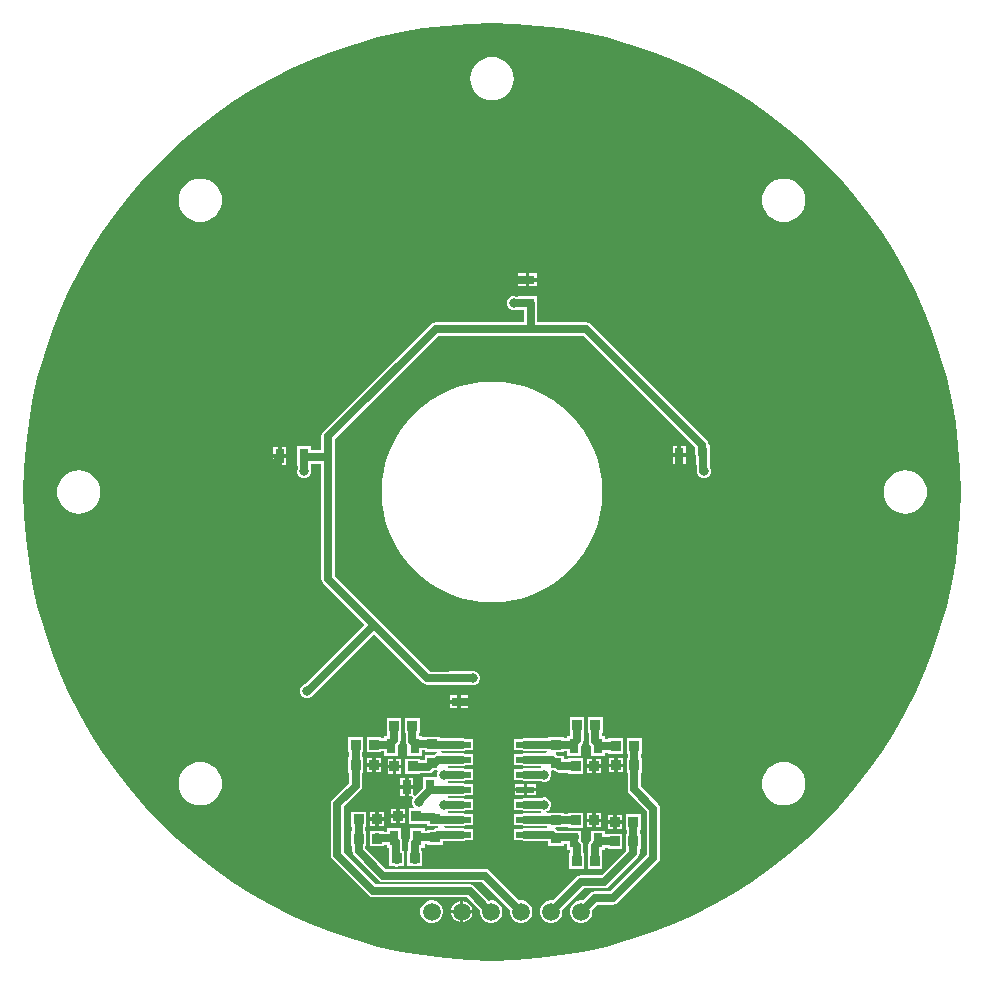
<source format=gbr>
%TF.GenerationSoftware,Altium Limited,Altium Designer,21.6.4 (81)*%
G04 Layer_Physical_Order=1*
G04 Layer_Color=255*
%FSLAX43Y43*%
%MOMM*%
%TF.SameCoordinates,7E1728C7-8053-4159-852C-9F5DCDCDAABE*%
%TF.FilePolarity,Positive*%
%TF.FileFunction,Copper,L1,Top,Signal*%
%TF.Part,Single*%
G01*
G75*
%TA.AperFunction,SMDPad,CuDef*%
%ADD10R,0.850X0.900*%
%ADD11R,0.800X1.250*%
%ADD12R,0.900X0.850*%
%ADD13R,1.500X0.600*%
%ADD14R,1.250X0.800*%
%TA.AperFunction,Conductor*%
%ADD15C,0.700*%
%TA.AperFunction,ComponentPad*%
%ADD16C,1.500*%
%TA.AperFunction,ViaPad*%
%ADD17C,0.700*%
%ADD18C,0.800*%
G36*
X1947Y39624D02*
X3889Y39481D01*
X5821Y39243D01*
X7740Y38910D01*
X9640Y38483D01*
X11516Y37964D01*
X13365Y37353D01*
X15182Y36652D01*
X16962Y35863D01*
X18701Y34988D01*
X20396Y34028D01*
X22041Y32986D01*
X23633Y31865D01*
X25168Y30667D01*
X26642Y29395D01*
X28053Y28053D01*
X29395Y26642D01*
X30667Y25168D01*
X31865Y23633D01*
X32986Y22041D01*
X34028Y20396D01*
X34988Y18701D01*
X35863Y16962D01*
X36652Y15182D01*
X37353Y13365D01*
X37964Y11516D01*
X38483Y9640D01*
X38910Y7740D01*
X39243Y5821D01*
X39481Y3889D01*
X39624Y1947D01*
X39672Y0D01*
X39624Y-1947D01*
X39481Y-3889D01*
X39243Y-5821D01*
X38910Y-7740D01*
X38483Y-9640D01*
X37964Y-11516D01*
X37353Y-13365D01*
X36652Y-15182D01*
X35863Y-16962D01*
X34988Y-18701D01*
X34028Y-20396D01*
X32986Y-22041D01*
X31865Y-23633D01*
X30667Y-25168D01*
X29395Y-26642D01*
X28053Y-28053D01*
X26642Y-29395D01*
X25168Y-30667D01*
X23633Y-31865D01*
X22041Y-32986D01*
X20396Y-34028D01*
X18701Y-34988D01*
X16962Y-35863D01*
X15182Y-36652D01*
X13365Y-37353D01*
X11516Y-37964D01*
X9640Y-38483D01*
X7740Y-38910D01*
X5821Y-39243D01*
X3889Y-39481D01*
X1947Y-39624D01*
X0Y-39672D01*
X-1947Y-39624D01*
X-3889Y-39481D01*
X-5821Y-39243D01*
X-7740Y-38910D01*
X-9640Y-38483D01*
X-11516Y-37964D01*
X-13365Y-37353D01*
X-15182Y-36652D01*
X-16962Y-35863D01*
X-18701Y-34988D01*
X-20396Y-34028D01*
X-22041Y-32986D01*
X-23633Y-31865D01*
X-25168Y-30667D01*
X-26642Y-29395D01*
X-28053Y-28053D01*
X-29395Y-26642D01*
X-30667Y-25168D01*
X-31865Y-23633D01*
X-32986Y-22041D01*
X-34028Y-20396D01*
X-34988Y-18701D01*
X-35863Y-16962D01*
X-36652Y-15182D01*
X-37353Y-13365D01*
X-37964Y-11516D01*
X-38483Y-9640D01*
X-38910Y-7740D01*
X-39243Y-5821D01*
X-39481Y-3889D01*
X-39624Y-1947D01*
X-39672Y0D01*
X-39624Y1947D01*
X-39481Y3889D01*
X-39243Y5821D01*
X-38910Y7740D01*
X-38483Y9640D01*
X-37964Y11516D01*
X-37353Y13365D01*
X-36652Y15182D01*
X-35863Y16962D01*
X-34988Y18701D01*
X-34028Y20396D01*
X-32986Y22041D01*
X-31865Y23633D01*
X-30667Y25168D01*
X-29395Y26642D01*
X-28053Y28053D01*
X-26642Y29395D01*
X-25168Y30667D01*
X-23633Y31865D01*
X-22041Y32986D01*
X-20396Y34028D01*
X-18701Y34988D01*
X-16962Y35863D01*
X-15182Y36652D01*
X-13365Y37353D01*
X-11516Y37964D01*
X-9640Y38483D01*
X-7740Y38910D01*
X-5821Y39243D01*
X-3889Y39481D01*
X-1947Y39624D01*
X0Y39672D01*
X1947Y39624D01*
D02*
G37*
%LPC*%
G36*
X0Y36836D02*
X-358Y36801D01*
X-703Y36696D01*
X-1020Y36526D01*
X-1298Y36298D01*
X-1526Y36020D01*
X-1696Y35703D01*
X-1801Y35358D01*
X-1836Y35000D01*
X-1801Y34642D01*
X-1696Y34297D01*
X-1526Y33980D01*
X-1298Y33702D01*
X-1020Y33474D01*
X-703Y33304D01*
X-358Y33199D01*
X0Y33164D01*
X358Y33199D01*
X703Y33304D01*
X1020Y33474D01*
X1298Y33702D01*
X1526Y33980D01*
X1696Y34297D01*
X1801Y34642D01*
X1836Y35000D01*
X1801Y35358D01*
X1696Y35703D01*
X1526Y36020D01*
X1298Y36298D01*
X1020Y36526D01*
X703Y36696D01*
X358Y36801D01*
X0Y36836D01*
D02*
G37*
G36*
X24700Y26536D02*
X24342Y26501D01*
X23997Y26396D01*
X23680Y26226D01*
X23402Y25998D01*
X23174Y25720D01*
X23004Y25403D01*
X22899Y25058D01*
X22864Y24700D01*
X22899Y24342D01*
X23004Y23997D01*
X23174Y23680D01*
X23402Y23402D01*
X23680Y23174D01*
X23997Y23004D01*
X24342Y22899D01*
X24700Y22864D01*
X25058Y22899D01*
X25403Y23004D01*
X25720Y23174D01*
X25998Y23402D01*
X26226Y23680D01*
X26396Y23997D01*
X26501Y24342D01*
X26536Y24700D01*
X26501Y25058D01*
X26396Y25403D01*
X26226Y25720D01*
X25998Y25998D01*
X25720Y26226D01*
X25403Y26396D01*
X25058Y26501D01*
X24700Y26536D01*
D02*
G37*
G36*
X-24700D02*
X-25058Y26501D01*
X-25403Y26396D01*
X-25720Y26226D01*
X-25998Y25998D01*
X-26226Y25720D01*
X-26396Y25403D01*
X-26501Y25058D01*
X-26536Y24700D01*
X-26501Y24342D01*
X-26396Y23997D01*
X-26226Y23680D01*
X-25998Y23402D01*
X-25720Y23174D01*
X-25403Y23004D01*
X-25058Y22899D01*
X-24700Y22864D01*
X-24342Y22899D01*
X-23997Y23004D01*
X-23680Y23174D01*
X-23402Y23402D01*
X-23174Y23680D01*
X-23004Y23997D01*
X-22899Y24342D01*
X-22864Y24700D01*
X-22899Y25058D01*
X-23004Y25403D01*
X-23174Y25720D01*
X-23402Y25998D01*
X-23680Y26226D01*
X-23997Y26396D01*
X-24342Y26501D01*
X-24700Y26536D01*
D02*
G37*
G36*
X3775Y18520D02*
X3150D01*
Y18120D01*
X3775D01*
Y18520D01*
D02*
G37*
G36*
X2850D02*
X2225D01*
Y18120D01*
X2850D01*
Y18520D01*
D02*
G37*
G36*
X3775Y17820D02*
X3150D01*
Y17420D01*
X3775D01*
Y17820D01*
D02*
G37*
G36*
X2850D02*
X2225D01*
Y17420D01*
X2850D01*
Y17820D01*
D02*
G37*
G36*
X16390Y3905D02*
X15990D01*
Y3280D01*
X16390D01*
Y3905D01*
D02*
G37*
G36*
X15690D02*
X15290D01*
Y3280D01*
X15690D01*
Y3905D01*
D02*
G37*
G36*
X-17400Y3825D02*
X-17800D01*
Y3200D01*
X-17400D01*
Y3825D01*
D02*
G37*
G36*
X-18100D02*
X-18500D01*
Y3200D01*
X-18100D01*
Y3825D01*
D02*
G37*
G36*
X16390Y2980D02*
X15990D01*
Y2355D01*
X16390D01*
Y2980D01*
D02*
G37*
G36*
X15690D02*
X15290D01*
Y2355D01*
X15690D01*
Y2980D01*
D02*
G37*
G36*
X-17400Y2900D02*
X-17800D01*
Y2275D01*
X-17400D01*
Y2900D01*
D02*
G37*
G36*
X-18100D02*
X-18500D01*
Y2275D01*
X-18100D01*
Y2900D01*
D02*
G37*
G36*
X1959Y16570D02*
X1721D01*
X1500Y16479D01*
X1331Y16310D01*
X1240Y16089D01*
Y15851D01*
X1331Y15630D01*
X1500Y15461D01*
X1721Y15370D01*
X1959D01*
X2054Y15409D01*
X2175D01*
Y15370D01*
X2714D01*
Y14371D01*
X-4780D01*
X-4995Y14328D01*
X-5177Y14207D01*
X-14277Y5107D01*
X-14398Y4925D01*
X-14441Y4710D01*
Y3531D01*
X-15350D01*
Y3875D01*
X-16550D01*
Y2225D01*
X-16464D01*
Y1918D01*
X-16484Y1869D01*
Y1631D01*
X-16392Y1410D01*
X-16224Y1241D01*
X-16003Y1150D01*
X-15764D01*
X-15544Y1241D01*
X-15375Y1410D01*
X-15284Y1631D01*
Y1869D01*
X-15342Y2010D01*
Y2409D01*
X-14441D01*
Y-7350D01*
X-14398Y-7565D01*
X-14277Y-7747D01*
X-10789Y-11234D01*
X-15793Y-16238D01*
X-15970Y-16311D01*
X-16139Y-16480D01*
X-16230Y-16701D01*
Y-16939D01*
X-16139Y-17160D01*
X-15970Y-17329D01*
X-15749Y-17420D01*
X-15511D01*
X-15290Y-17329D01*
X-15121Y-17160D01*
X-15116Y-17147D01*
X-9996Y-12027D01*
X-5858Y-16165D01*
X-5676Y-16286D01*
X-5462Y-16329D01*
X-3623D01*
Y-16368D01*
X-1973D01*
Y-16320D01*
X-1837D01*
X-1764Y-16350D01*
X-1526D01*
X-1305Y-16259D01*
X-1136Y-16090D01*
X-1045Y-15869D01*
Y-15631D01*
X-1136Y-15410D01*
X-1305Y-15241D01*
X-1526Y-15150D01*
X-1764D01*
X-1846Y-15184D01*
X-1973Y-15168D01*
Y-15168D01*
X-3623D01*
Y-15207D01*
X-5230D01*
X-9599Y-10837D01*
X-13319Y-7118D01*
Y2970D01*
Y4478D01*
X-4548Y13249D01*
X7748D01*
X17229Y3768D01*
Y3180D01*
X17240Y3126D01*
Y2305D01*
X17329D01*
Y1890D01*
X17321Y1869D01*
Y1631D01*
X17412Y1410D01*
X17581Y1241D01*
X17801Y1150D01*
X18040D01*
X18261Y1241D01*
X18429Y1410D01*
X18521Y1631D01*
Y1869D01*
X18451Y2038D01*
Y3080D01*
X18440Y3134D01*
Y3955D01*
X18351D01*
Y4000D01*
X18308Y4215D01*
X18187Y4397D01*
X8377Y14207D01*
X8195Y14328D01*
X7980Y14371D01*
X3836D01*
Y15920D01*
X3825Y15974D01*
Y16570D01*
X2175D01*
Y16531D01*
X2054D01*
X1959Y16570D01*
D02*
G37*
G36*
X35000Y1836D02*
X34642Y1801D01*
X34297Y1696D01*
X33980Y1526D01*
X33702Y1298D01*
X33474Y1020D01*
X33304Y703D01*
X33199Y358D01*
X33164Y0D01*
X33199Y-358D01*
X33304Y-703D01*
X33474Y-1020D01*
X33702Y-1298D01*
X33980Y-1526D01*
X34297Y-1696D01*
X34642Y-1801D01*
X35000Y-1836D01*
X35358Y-1801D01*
X35703Y-1696D01*
X36020Y-1526D01*
X36298Y-1298D01*
X36526Y-1020D01*
X36696Y-703D01*
X36801Y-358D01*
X36836Y0D01*
X36801Y358D01*
X36696Y703D01*
X36526Y1020D01*
X36298Y1298D01*
X36020Y1526D01*
X35703Y1696D01*
X35358Y1801D01*
X35000Y1836D01*
D02*
G37*
G36*
X-35000D02*
X-35358Y1801D01*
X-35703Y1696D01*
X-36020Y1526D01*
X-36298Y1298D01*
X-36526Y1020D01*
X-36696Y703D01*
X-36801Y358D01*
X-36836Y0D01*
X-36801Y-358D01*
X-36696Y-703D01*
X-36526Y-1020D01*
X-36298Y-1298D01*
X-36020Y-1526D01*
X-35703Y-1696D01*
X-35358Y-1801D01*
X-35000Y-1836D01*
X-34642Y-1801D01*
X-34297Y-1696D01*
X-33980Y-1526D01*
X-33702Y-1298D01*
X-33474Y-1020D01*
X-33304Y-703D01*
X-33199Y-358D01*
X-33164Y0D01*
X-33199Y358D01*
X-33304Y703D01*
X-33474Y1020D01*
X-33702Y1298D01*
X-33980Y1526D01*
X-34297Y1696D01*
X-34642Y1801D01*
X-35000Y1836D01*
D02*
G37*
G36*
X0Y9338D02*
X-915Y9293D01*
X-1822Y9159D01*
X-2711Y8936D01*
X-3574Y8627D01*
X-4402Y8236D01*
X-5188Y7764D01*
X-5924Y7219D01*
X-6603Y6603D01*
X-7219Y5924D01*
X-7764Y5188D01*
X-8236Y4402D01*
X-8627Y3574D01*
X-8936Y2711D01*
X-9159Y1822D01*
X-9293Y915D01*
X-9338Y-0D01*
X-9293Y-915D01*
X-9159Y-1822D01*
X-8936Y-2711D01*
X-8627Y-3574D01*
X-8236Y-4402D01*
X-7764Y-5188D01*
X-7219Y-5924D01*
X-6603Y-6603D01*
X-5924Y-7219D01*
X-5188Y-7764D01*
X-4402Y-8236D01*
X-3574Y-8627D01*
X-2711Y-8936D01*
X-1822Y-9159D01*
X-915Y-9293D01*
X0Y-9338D01*
X915Y-9293D01*
X1822Y-9159D01*
X2711Y-8936D01*
X3574Y-8627D01*
X4402Y-8236D01*
X5188Y-7764D01*
X5924Y-7219D01*
X6603Y-6603D01*
X7219Y-5924D01*
X7764Y-5188D01*
X8236Y-4402D01*
X8627Y-3574D01*
X8936Y-2711D01*
X9159Y-1822D01*
X9293Y-915D01*
X9338Y-0D01*
X9293Y915D01*
X9159Y1822D01*
X8936Y2711D01*
X8627Y3574D01*
X8236Y4402D01*
X7764Y5188D01*
X7219Y5924D01*
X6603Y6603D01*
X5924Y7219D01*
X5188Y7764D01*
X4402Y8236D01*
X3574Y8627D01*
X2711Y8936D01*
X1822Y9159D01*
X915Y9293D01*
X0Y9338D01*
D02*
G37*
G36*
X-2023Y-17218D02*
X-2648D01*
Y-17618D01*
X-2023D01*
Y-17218D01*
D02*
G37*
G36*
X-2948D02*
X-3573D01*
Y-17618D01*
X-2948D01*
Y-17218D01*
D02*
G37*
G36*
X-2023Y-17918D02*
X-2648D01*
Y-18318D01*
X-2023D01*
Y-17918D01*
D02*
G37*
G36*
X-2948D02*
X-3573D01*
Y-18318D01*
X-2948D01*
Y-17918D01*
D02*
G37*
G36*
X-7675Y-19130D02*
X-8925D01*
Y-20430D01*
X-8861D01*
Y-20665D01*
X-9160D01*
Y-20824D01*
X-9375D01*
Y-20735D01*
X-10625D01*
Y-22035D01*
X-9375D01*
Y-21946D01*
X-9160D01*
Y-22315D01*
X-7960D01*
Y-21458D01*
X-7903Y-21402D01*
X-7782Y-21220D01*
X-7739Y-21005D01*
Y-20430D01*
X-7675D01*
Y-19130D01*
D02*
G37*
G36*
X7830Y-19080D02*
X6580D01*
Y-20380D01*
X6644D01*
Y-20685D01*
X6350D01*
Y-20834D01*
X6080D01*
Y-20770D01*
X4780D01*
Y-20829D01*
X2855D01*
X2830Y-20824D01*
X2615Y-20867D01*
X2588Y-20885D01*
X1880D01*
Y-21885D01*
X2586D01*
X2620Y-21908D01*
X2835Y-21951D01*
X4662D01*
X4667Y-21967D01*
X4577Y-22094D01*
X2830D01*
X2615Y-22137D01*
X2588Y-22155D01*
X1880D01*
Y-23155D01*
X2588D01*
X2615Y-23173D01*
X2830Y-23216D01*
X4108D01*
X4163Y-23343D01*
X4143Y-23364D01*
X2830D01*
X2615Y-23407D01*
X2588Y-23425D01*
X1880D01*
Y-24425D01*
X2588D01*
X2615Y-24443D01*
X2830Y-24486D01*
X4216D01*
X4311Y-24525D01*
X4549D01*
X4770Y-24434D01*
X4939Y-24265D01*
X5030Y-24044D01*
Y-23806D01*
X4985Y-23697D01*
X5070Y-23570D01*
X5287D01*
X5313Y-23597D01*
X5495Y-23718D01*
X5710Y-23761D01*
X6455D01*
Y-23850D01*
X7705D01*
Y-22550D01*
X6455D01*
Y-22639D01*
X6080D01*
Y-22320D01*
X5553D01*
X5512Y-22258D01*
X5446Y-22215D01*
X5421Y-22045D01*
X5442Y-22020D01*
X6080D01*
Y-21956D01*
X6350D01*
Y-22335D01*
X7550D01*
Y-21478D01*
X7602Y-21427D01*
X7723Y-21245D01*
X7766Y-21030D01*
Y-20380D01*
X7830D01*
Y-19080D01*
D02*
G37*
G36*
X9380D02*
X8130D01*
Y-20380D01*
X8194D01*
Y-21090D01*
X8237Y-21305D01*
X8350Y-21474D01*
Y-22335D01*
X9550D01*
Y-22071D01*
X9860D01*
Y-22160D01*
X11110D01*
Y-20860D01*
X9860D01*
Y-20949D01*
X9550D01*
Y-20685D01*
X9316D01*
Y-20380D01*
X9380D01*
Y-19080D01*
D02*
G37*
G36*
X-6125Y-19130D02*
X-7375D01*
Y-20430D01*
X-7311D01*
Y-21075D01*
X-7268Y-21289D01*
X-7160Y-21451D01*
Y-22315D01*
X-5960D01*
Y-21881D01*
X-5690D01*
Y-21985D01*
X-4633D01*
X-4620Y-22112D01*
X-4745Y-22137D01*
X-4926Y-22258D01*
X-4942Y-22274D01*
X-4990D01*
X-5044Y-22285D01*
X-5690D01*
Y-22709D01*
X-6085D01*
Y-22585D01*
X-7335D01*
Y-23885D01*
X-6085D01*
Y-23831D01*
X-5425D01*
X-5210Y-23788D01*
X-5028Y-23667D01*
X-4897Y-23535D01*
X-4655D01*
X-4571Y-23662D01*
X-4630Y-23806D01*
Y-24028D01*
X-4630Y-24044D01*
X-4722Y-24155D01*
X-5810D01*
Y-24976D01*
X-5819Y-25021D01*
X-6519Y-25721D01*
X-6520Y-25721D01*
X-6533Y-25734D01*
X-6660Y-25682D01*
X-6660Y-25662D01*
X-6660Y-25662D01*
X-6660Y-25658D01*
Y-25130D01*
X-7060D01*
Y-25755D01*
X-6757Y-25755D01*
X-6753D01*
D01*
X-6733Y-25755D01*
X-6719Y-25789D01*
X-6680Y-25882D01*
X-6689Y-25890D01*
X-6780Y-26111D01*
Y-26349D01*
X-6689Y-26570D01*
X-6591Y-26668D01*
X-6643Y-26795D01*
X-7050D01*
Y-28095D01*
X-5800D01*
Y-28081D01*
X-5475D01*
Y-28320D01*
X-4586D01*
X-4574Y-28447D01*
X-4775Y-28487D01*
X-4957Y-28608D01*
X-4968Y-28620D01*
X-5475D01*
Y-28684D01*
X-5710D01*
Y-28455D01*
X-6910D01*
Y-29312D01*
X-6932Y-29333D01*
X-7053Y-29515D01*
X-7096Y-29730D01*
Y-30380D01*
X-7160D01*
Y-31680D01*
X-6614D01*
X-6535Y-31696D01*
X-6456Y-31680D01*
X-5910D01*
Y-30380D01*
X-5974D01*
Y-30105D01*
X-5710D01*
Y-29806D01*
X-5475D01*
Y-29870D01*
X-4175D01*
Y-29566D01*
X-2570D01*
X-2355Y-29523D01*
X-2328Y-29505D01*
X-1620D01*
Y-28505D01*
X-2328D01*
X-2355Y-28487D01*
X-2570Y-28444D01*
X-4019D01*
X-4076Y-28317D01*
X-4056Y-28296D01*
X-2570D01*
X-2355Y-28253D01*
X-2328Y-28235D01*
X-1620D01*
Y-27235D01*
X-2328D01*
X-2355Y-27217D01*
X-2570Y-27174D01*
X-3708D01*
X-3763Y-27047D01*
X-3743Y-27026D01*
X-2570D01*
X-2355Y-26983D01*
X-2328Y-26965D01*
X-1620D01*
Y-25965D01*
X-2328D01*
X-2355Y-25947D01*
X-2570Y-25904D01*
X-3743D01*
X-3763Y-25883D01*
X-3708Y-25756D01*
X-2570D01*
X-2355Y-25713D01*
X-2328Y-25695D01*
X-1620D01*
Y-24695D01*
X-2328D01*
X-2355Y-24677D01*
X-2570Y-24634D01*
X-3708D01*
X-3763Y-24507D01*
X-3743Y-24486D01*
X-2570D01*
X-2355Y-24443D01*
X-2328Y-24425D01*
X-1620D01*
Y-23425D01*
X-2328D01*
X-2355Y-23407D01*
X-2570Y-23364D01*
X-3743D01*
X-3763Y-23343D01*
X-3708Y-23216D01*
X-2570D01*
X-2355Y-23173D01*
X-2328Y-23155D01*
X-1620D01*
Y-22155D01*
X-2328D01*
X-2355Y-22137D01*
X-2570Y-22094D01*
X-4216D01*
X-4284Y-21967D01*
X-4269Y-21946D01*
X-2570D01*
X-2355Y-21903D01*
X-2328Y-21885D01*
X-1620D01*
Y-20885D01*
X-2328D01*
X-2355Y-20867D01*
X-2570Y-20824D01*
X-4390D01*
Y-20735D01*
X-5690D01*
Y-20759D01*
X-5960D01*
Y-20665D01*
X-6189D01*
Y-20430D01*
X-6125D01*
Y-19130D01*
D02*
G37*
G36*
X-9425Y-22510D02*
X-9850D01*
Y-22960D01*
X-9425D01*
Y-22510D01*
D02*
G37*
G36*
X-10150D02*
X-10575D01*
Y-22960D01*
X-10150D01*
Y-22510D01*
D02*
G37*
G36*
X11060Y-22545D02*
X10635D01*
Y-22995D01*
X11060D01*
Y-22545D01*
D02*
G37*
G36*
X10335D02*
X9910D01*
Y-22995D01*
X10335D01*
Y-22545D01*
D02*
G37*
G36*
X9205Y-22600D02*
X8780D01*
Y-23050D01*
X9205D01*
Y-22600D01*
D02*
G37*
G36*
X8480D02*
X8055D01*
Y-23050D01*
X8480D01*
Y-22600D01*
D02*
G37*
G36*
X-7685Y-22635D02*
X-8110D01*
Y-23085D01*
X-7685D01*
Y-22635D01*
D02*
G37*
G36*
X-8410D02*
X-8835D01*
Y-23085D01*
X-8410D01*
Y-22635D01*
D02*
G37*
G36*
X-9425Y-23260D02*
X-9850D01*
Y-23710D01*
X-9425D01*
Y-23260D01*
D02*
G37*
G36*
X-10150D02*
X-10575D01*
Y-23710D01*
X-10150D01*
Y-23260D01*
D02*
G37*
G36*
X11060Y-23295D02*
X10635D01*
Y-23745D01*
X11060D01*
Y-23295D01*
D02*
G37*
G36*
X10335D02*
X9910D01*
Y-23745D01*
X10335D01*
Y-23295D01*
D02*
G37*
G36*
X9205Y-23350D02*
X8780D01*
Y-23800D01*
X9205D01*
Y-23350D01*
D02*
G37*
G36*
X8480D02*
X8055D01*
Y-23800D01*
X8480D01*
Y-23350D01*
D02*
G37*
G36*
X-7685Y-23385D02*
X-8110D01*
Y-23835D01*
X-7685D01*
Y-23385D01*
D02*
G37*
G36*
X-8410D02*
X-8835D01*
Y-23835D01*
X-8410D01*
Y-23385D01*
D02*
G37*
G36*
X-6660Y-24205D02*
X-7060D01*
Y-24830D01*
X-6660D01*
Y-24205D01*
D02*
G37*
G36*
X-7360D02*
X-7760D01*
Y-24830D01*
X-7360D01*
Y-24205D01*
D02*
G37*
G36*
X3730Y-24745D02*
X2980D01*
Y-25045D01*
X3730D01*
Y-24745D01*
D02*
G37*
G36*
X2680D02*
X1930D01*
Y-25045D01*
X2680D01*
Y-24745D01*
D02*
G37*
G36*
X3730Y-25345D02*
X2980D01*
Y-25645D01*
X3730D01*
Y-25345D01*
D02*
G37*
G36*
X2680D02*
X1930D01*
Y-25645D01*
X2680D01*
Y-25345D01*
D02*
G37*
G36*
X-7360Y-25130D02*
X-7760D01*
Y-25755D01*
X-7360D01*
Y-25130D01*
D02*
G37*
G36*
X24700Y-22864D02*
X24342Y-22899D01*
X23997Y-23004D01*
X23680Y-23174D01*
X23402Y-23402D01*
X23174Y-23680D01*
X23004Y-23997D01*
X22899Y-24342D01*
X22864Y-24700D01*
X22899Y-25058D01*
X23004Y-25403D01*
X23174Y-25720D01*
X23402Y-25998D01*
X23680Y-26226D01*
X23997Y-26396D01*
X24342Y-26501D01*
X24700Y-26536D01*
X25058Y-26501D01*
X25403Y-26396D01*
X25720Y-26226D01*
X25998Y-25998D01*
X26226Y-25720D01*
X26396Y-25403D01*
X26501Y-25058D01*
X26536Y-24700D01*
X26501Y-24342D01*
X26396Y-23997D01*
X26226Y-23680D01*
X25998Y-23402D01*
X25720Y-23174D01*
X25403Y-23004D01*
X25058Y-22899D01*
X24700Y-22864D01*
D02*
G37*
G36*
X-24700D02*
X-25058Y-22899D01*
X-25403Y-23004D01*
X-25720Y-23174D01*
X-25998Y-23402D01*
X-26226Y-23680D01*
X-26396Y-23997D01*
X-26501Y-24342D01*
X-26536Y-24700D01*
X-26501Y-25058D01*
X-26396Y-25403D01*
X-26226Y-25720D01*
X-25998Y-25998D01*
X-25720Y-26226D01*
X-25403Y-26396D01*
X-25058Y-26501D01*
X-24700Y-26536D01*
X-24342Y-26501D01*
X-23997Y-26396D01*
X-23680Y-26226D01*
X-23402Y-25998D01*
X-23174Y-25720D01*
X-23004Y-25403D01*
X-22899Y-25058D01*
X-22864Y-24700D01*
X-22899Y-24342D01*
X-23004Y-23997D01*
X-23174Y-23680D01*
X-23402Y-23402D01*
X-23680Y-23174D01*
X-23997Y-23004D01*
X-24342Y-22899D01*
X-24700Y-22864D01*
D02*
G37*
G36*
X-7400Y-26845D02*
X-7825D01*
Y-27295D01*
X-7400D01*
Y-26845D01*
D02*
G37*
G36*
X-8125D02*
X-8550D01*
Y-27295D01*
X-8125D01*
Y-26845D01*
D02*
G37*
G36*
X-9160Y-27105D02*
X-9585D01*
Y-27555D01*
X-9160D01*
Y-27105D01*
D02*
G37*
G36*
X-9885D02*
X-10310D01*
Y-27555D01*
X-9885D01*
Y-27105D01*
D02*
G37*
G36*
X9205Y-27195D02*
X8780D01*
Y-27645D01*
X9205D01*
Y-27195D01*
D02*
G37*
G36*
X8480D02*
X8055D01*
Y-27645D01*
X8480D01*
Y-27195D01*
D02*
G37*
G36*
X10980Y-27330D02*
X10555D01*
Y-27780D01*
X10980D01*
Y-27330D01*
D02*
G37*
G36*
X10255D02*
X9830D01*
Y-27780D01*
X10255D01*
Y-27330D01*
D02*
G37*
G36*
X-7400Y-27595D02*
X-7825D01*
Y-28045D01*
X-7400D01*
Y-27595D01*
D02*
G37*
G36*
X-8125D02*
X-8550D01*
Y-28045D01*
X-8125D01*
Y-27595D01*
D02*
G37*
G36*
X-9160Y-27855D02*
X-9585D01*
Y-28305D01*
X-9160D01*
Y-27855D01*
D02*
G37*
G36*
X-9885D02*
X-10310D01*
Y-28305D01*
X-9885D01*
Y-27855D01*
D02*
G37*
G36*
X9205Y-27945D02*
X8780D01*
Y-28395D01*
X9205D01*
Y-27945D01*
D02*
G37*
G36*
X8480D02*
X8055D01*
Y-28395D01*
X8480D01*
Y-27945D01*
D02*
G37*
G36*
X4549Y-25865D02*
X4311D01*
X4216Y-25904D01*
X2830D01*
X2615Y-25947D01*
X2588Y-25965D01*
X1880D01*
Y-26965D01*
X2588D01*
X2615Y-26983D01*
X2830Y-27026D01*
X4143D01*
X4163Y-27047D01*
X4108Y-27174D01*
X2830D01*
X2615Y-27217D01*
X2588Y-27235D01*
X1880D01*
Y-28235D01*
X2588D01*
X2615Y-28253D01*
X2830Y-28296D01*
X4690D01*
X4693Y-28298D01*
X4699Y-28328D01*
X4595Y-28444D01*
X2830D01*
X2615Y-28487D01*
X2588Y-28505D01*
X1880D01*
Y-29505D01*
X2588D01*
X2615Y-29523D01*
X2830Y-29566D01*
X4780D01*
Y-29945D01*
X6080D01*
Y-29806D01*
X6350D01*
Y-30325D01*
X6614D01*
Y-30580D01*
X6550D01*
Y-31880D01*
X7800D01*
Y-30580D01*
X7736D01*
Y-29950D01*
X7693Y-29736D01*
X7572Y-29554D01*
X7550Y-29532D01*
Y-29381D01*
X7577Y-29245D01*
X7550Y-29109D01*
Y-28675D01*
X6350D01*
Y-28684D01*
X5562D01*
X5486Y-28608D01*
X5357Y-28522D01*
X5396Y-28395D01*
X6080D01*
Y-28363D01*
X6455D01*
Y-28445D01*
X7705D01*
Y-27145D01*
X6455D01*
Y-27242D01*
X6080D01*
Y-27145D01*
X4780D01*
Y-27174D01*
X4618D01*
X4592Y-27047D01*
X4770Y-26974D01*
X4939Y-26805D01*
X5030Y-26584D01*
Y-26346D01*
X4939Y-26125D01*
X4770Y-25956D01*
X4549Y-25865D01*
D02*
G37*
G36*
X10980Y-28080D02*
X10555D01*
Y-28530D01*
X10980D01*
Y-28080D01*
D02*
G37*
G36*
X10255D02*
X9830D01*
Y-28530D01*
X10255D01*
Y-28080D01*
D02*
G37*
G36*
X-7710Y-28455D02*
X-8910D01*
Y-28749D01*
X-9110D01*
Y-28690D01*
X-9670D01*
X-9725Y-28679D01*
X-9779Y-28690D01*
X-10360D01*
Y-29990D01*
X-9110D01*
Y-29871D01*
X-8910D01*
Y-30105D01*
X-8716D01*
Y-31090D01*
X-8710Y-31118D01*
Y-31680D01*
X-8290D01*
X-8085Y-31721D01*
X-7880Y-31680D01*
X-7460D01*
Y-30380D01*
X-7594D01*
Y-29660D01*
X-7637Y-29445D01*
X-7710Y-29336D01*
Y-28455D01*
D02*
G37*
G36*
X9550Y-28675D02*
X8350D01*
Y-29532D01*
X8328Y-29554D01*
X8207Y-29736D01*
X8164Y-29950D01*
Y-30580D01*
X8100D01*
Y-31880D01*
X9350D01*
Y-30580D01*
X9286D01*
Y-30325D01*
X9550D01*
Y-30103D01*
X9780D01*
Y-30235D01*
X11030D01*
Y-28935D01*
X10435D01*
X10381Y-28924D01*
X10327Y-28935D01*
X9780D01*
Y-28982D01*
X9550D01*
Y-28675D01*
D02*
G37*
G36*
X12660Y-20860D02*
X11410D01*
Y-22160D01*
X11474D01*
Y-22495D01*
X11410D01*
Y-23795D01*
X11474D01*
Y-25165D01*
X11517Y-25380D01*
X11638Y-25562D01*
X13109Y-27032D01*
Y-30718D01*
X10008Y-33819D01*
X8680D01*
X8466Y-33862D01*
X8284Y-33983D01*
X7690Y-34577D01*
X7665Y-34570D01*
X7415D01*
X7173Y-34635D01*
X6957Y-34760D01*
X6780Y-34937D01*
X6655Y-35154D01*
X6590Y-35395D01*
Y-35645D01*
X6655Y-35887D01*
X6780Y-36104D01*
X6957Y-36281D01*
X7173Y-36406D01*
X7415Y-36470D01*
X7665D01*
X7907Y-36406D01*
X8123Y-36281D01*
X8300Y-36104D01*
X8425Y-35887D01*
X8490Y-35645D01*
Y-35395D01*
X8483Y-35370D01*
X8913Y-34941D01*
X10240D01*
X10455Y-34898D01*
X10637Y-34777D01*
X14067Y-31347D01*
X14188Y-31165D01*
X14231Y-30950D01*
Y-26800D01*
X14188Y-26585D01*
X14067Y-26403D01*
X12596Y-24933D01*
Y-23795D01*
X12660D01*
Y-22495D01*
X12596D01*
Y-22160D01*
X12660D01*
Y-20860D01*
D02*
G37*
G36*
X12580Y-27280D02*
X11330D01*
Y-28580D01*
X11394D01*
Y-28935D01*
X11330D01*
Y-30235D01*
X11330D01*
X11355Y-30362D01*
X9278Y-32439D01*
X7520D01*
X7306Y-32482D01*
X7124Y-32603D01*
X5150Y-34577D01*
X5125Y-34570D01*
X4875D01*
X4633Y-34635D01*
X4417Y-34760D01*
X4240Y-34937D01*
X4115Y-35154D01*
X4050Y-35395D01*
Y-35645D01*
X4115Y-35887D01*
X4240Y-36104D01*
X4417Y-36281D01*
X4633Y-36406D01*
X4875Y-36470D01*
X5125D01*
X5367Y-36406D01*
X5583Y-36281D01*
X5760Y-36104D01*
X5885Y-35887D01*
X5950Y-35645D01*
Y-35395D01*
X5943Y-35370D01*
X7753Y-33561D01*
X9510D01*
X9725Y-33518D01*
X9907Y-33397D01*
X12351Y-30952D01*
X12473Y-30770D01*
X12516Y-30555D01*
Y-30235D01*
X12580D01*
Y-28935D01*
X12516D01*
Y-28580D01*
X12580D01*
Y-27280D01*
D02*
G37*
G36*
X-2420Y-34629D02*
Y-35370D01*
X-1678D01*
X-1731Y-35173D01*
X-1850Y-34968D01*
X-2017Y-34800D01*
X-2223Y-34682D01*
X-2420Y-34629D01*
D02*
G37*
G36*
X-2720D02*
X-2917Y-34682D01*
X-3123Y-34800D01*
X-3290Y-34968D01*
X-3409Y-35173D01*
X-3462Y-35370D01*
X-2720D01*
Y-34629D01*
D02*
G37*
G36*
X-1678Y-35670D02*
X-2420D01*
Y-36412D01*
X-2223Y-36359D01*
X-2017Y-36241D01*
X-1850Y-36073D01*
X-1731Y-35868D01*
X-1678Y-35670D01*
D02*
G37*
G36*
X-2720D02*
X-3462D01*
X-3409Y-35868D01*
X-3290Y-36073D01*
X-3123Y-36241D01*
X-2917Y-36359D01*
X-2720Y-36412D01*
Y-35670D01*
D02*
G37*
G36*
X-10660Y-27055D02*
X-11910D01*
Y-28355D01*
X-11846D01*
Y-28690D01*
X-11910D01*
Y-29990D01*
X-11846D01*
Y-30385D01*
X-11803Y-30600D01*
X-11681Y-30782D01*
X-9597Y-32867D01*
X-9415Y-32988D01*
X-9200Y-33031D01*
X-823D01*
X1517Y-35370D01*
X1510Y-35395D01*
Y-35645D01*
X1575Y-35887D01*
X1700Y-36104D01*
X1877Y-36281D01*
X2093Y-36406D01*
X2335Y-36470D01*
X2585D01*
X2827Y-36406D01*
X3043Y-36281D01*
X3220Y-36104D01*
X3345Y-35887D01*
X3410Y-35645D01*
Y-35395D01*
X3345Y-35154D01*
X3220Y-34937D01*
X3043Y-34760D01*
X2827Y-34635D01*
X2585Y-34570D01*
X2335D01*
X2310Y-34577D01*
X-194Y-32073D01*
X-376Y-31952D01*
X-590Y-31909D01*
X-8968D01*
X-10724Y-30153D01*
Y-29990D01*
X-10660D01*
Y-28690D01*
X-10724D01*
Y-28355D01*
X-10660D01*
Y-27055D01*
D02*
G37*
G36*
X-10925Y-20735D02*
X-12175D01*
Y-22035D01*
X-12111D01*
Y-22460D01*
X-12175D01*
Y-23760D01*
X-12111D01*
Y-24638D01*
X-13487Y-26013D01*
X-13608Y-26195D01*
X-13651Y-26410D01*
Y-30710D01*
X-13608Y-30925D01*
X-13487Y-31107D01*
X-10437Y-34157D01*
X-10255Y-34278D01*
X-10040Y-34321D01*
X-2122D01*
X-1030Y-35413D01*
Y-35645D01*
X-965Y-35887D01*
X-840Y-36104D01*
X-663Y-36281D01*
X-447Y-36406D01*
X-205Y-36470D01*
X45D01*
X287Y-36406D01*
X503Y-36281D01*
X680Y-36104D01*
X805Y-35887D01*
X870Y-35645D01*
Y-35395D01*
X805Y-35154D01*
X680Y-34937D01*
X503Y-34760D01*
X287Y-34635D01*
X45Y-34570D01*
X-205D01*
X-269Y-34588D01*
X-1493Y-33363D01*
X-1675Y-33242D01*
X-1890Y-33199D01*
X-9808D01*
X-12529Y-30478D01*
Y-26642D01*
X-11153Y-25267D01*
X-11032Y-25085D01*
X-10989Y-24870D01*
Y-23760D01*
X-10925D01*
Y-22460D01*
X-10989D01*
Y-22035D01*
X-10925D01*
Y-20735D01*
D02*
G37*
G36*
X-4985Y-34570D02*
X-5235D01*
X-5477Y-34635D01*
X-5693Y-34760D01*
X-5870Y-34937D01*
X-5995Y-35154D01*
X-6060Y-35395D01*
Y-35645D01*
X-5995Y-35887D01*
X-5870Y-36104D01*
X-5693Y-36281D01*
X-5477Y-36406D01*
X-5235Y-36470D01*
X-4985D01*
X-4743Y-36406D01*
X-4527Y-36281D01*
X-4350Y-36104D01*
X-4225Y-35887D01*
X-4160Y-35645D01*
Y-35395D01*
X-4225Y-35154D01*
X-4350Y-34937D01*
X-4527Y-34760D01*
X-4743Y-34635D01*
X-4985Y-34570D01*
D02*
G37*
%LPD*%
D10*
X-6750Y-19780D02*
D03*
X-8300D02*
D03*
X-6535Y-31030D02*
D03*
X-8085D02*
D03*
X7175Y-31230D02*
D03*
X8725D02*
D03*
X7205Y-19730D02*
D03*
X8755D02*
D03*
X-10000Y-21385D02*
D03*
X-11550D02*
D03*
X-6425Y-27445D02*
D03*
X-7975D02*
D03*
X-11285Y-27705D02*
D03*
X-9735D02*
D03*
X-9735Y-29340D02*
D03*
X-11285D02*
D03*
X-11550Y-23110D02*
D03*
X-10000D02*
D03*
X-6710Y-23235D02*
D03*
X-8260D02*
D03*
X11955Y-27930D02*
D03*
X10405D02*
D03*
X10405Y-29585D02*
D03*
X11955D02*
D03*
X7080Y-27795D02*
D03*
X8630D02*
D03*
X12035Y-23145D02*
D03*
X10485D02*
D03*
Y-21510D02*
D03*
X12035D02*
D03*
X7080Y-23200D02*
D03*
X8630D02*
D03*
D11*
X-6560Y-21490D02*
D03*
X-8560D02*
D03*
X-6310Y-29280D02*
D03*
X-8310D02*
D03*
X-5210Y-24980D02*
D03*
X-7210D02*
D03*
X6950Y-29500D02*
D03*
X8950D02*
D03*
X6950Y-21510D02*
D03*
X8950D02*
D03*
X-15950Y3050D02*
D03*
X-17950D02*
D03*
X17840Y3130D02*
D03*
X15840D02*
D03*
D12*
X-5040Y-21360D02*
D03*
Y-22910D02*
D03*
X-4825Y-29245D02*
D03*
Y-27695D02*
D03*
X5430Y-29320D02*
D03*
Y-27770D02*
D03*
Y-21395D02*
D03*
Y-22945D02*
D03*
D13*
X-2570Y-21385D02*
D03*
Y-22655D02*
D03*
Y-23925D02*
D03*
Y-25195D02*
D03*
X2830Y-27735D02*
D03*
X-2570Y-29005D02*
D03*
Y-27735D02*
D03*
Y-26465D02*
D03*
X2830D02*
D03*
Y-25195D02*
D03*
Y-23925D02*
D03*
Y-22655D02*
D03*
Y-21385D02*
D03*
Y-29005D02*
D03*
D14*
X-2798Y-15768D02*
D03*
Y-17768D02*
D03*
X3000Y15970D02*
D03*
Y17970D02*
D03*
D15*
X7540Y-35520D02*
X8680Y-34380D01*
X10240D02*
X13670Y-30950D01*
X8680Y-34380D02*
X10240D01*
X-9200Y-32470D02*
X-590D01*
X2557Y-35617D01*
X7520Y-33000D02*
X9510D01*
X5000Y-35520D02*
X7520Y-33000D01*
X-1890Y-33760D02*
X-130Y-35520D01*
X-10040Y-33760D02*
X-1890D01*
X-11285Y-30385D02*
X-9200Y-32470D01*
X-13090Y-30710D02*
X-10040Y-33760D01*
X17840Y3130D02*
X17890Y3080D01*
X17790Y3180D02*
X17840Y3130D01*
X3000Y15970D02*
X3225D01*
X1840D02*
X3000D01*
X-15950Y3020D02*
Y3020D01*
X9510Y-33000D02*
X11955Y-30555D01*
X8755Y-21090D02*
X8950Y-21285D01*
X8755Y-21090D02*
Y-19730D01*
X8950Y-21510D02*
Y-21285D01*
X6950Y-21445D02*
Y-21285D01*
Y-21510D02*
Y-21445D01*
X7205Y-21030D02*
Y-19730D01*
X6950Y-21285D02*
X7205Y-21030D01*
X8725Y-29950D02*
X9000Y-29675D01*
X8725Y-31230D02*
Y-29950D01*
X9000Y-29675D02*
Y-29543D01*
X5530Y-29245D02*
X7016D01*
X6950Y-29725D02*
Y-29500D01*
X7175Y-31230D02*
Y-29950D01*
X6950Y-29725D02*
X7175Y-29950D01*
X-6560Y-21370D02*
Y-21265D01*
Y-21490D02*
Y-21370D01*
X-6750Y-21075D02*
Y-19780D01*
Y-21075D02*
X-6560Y-21265D01*
X-8560Y-21435D02*
Y-21265D01*
Y-21490D02*
Y-21435D01*
Y-21265D02*
X-8300Y-21005D01*
Y-19780D01*
X-6535Y-31135D02*
Y-29730D01*
X-6310Y-29505D02*
Y-29280D01*
X-6535Y-29730D02*
X-6310Y-29505D01*
X-4825Y-29245D02*
X-4800D01*
X-6275D02*
X-4825D01*
X-8155Y-31090D02*
Y-29660D01*
X-8340Y-29475D02*
Y-29310D01*
X-8155Y-31090D02*
X-8085Y-31160D01*
X-8340Y-29475D02*
X-8155Y-29660D01*
X-13090Y-26410D02*
X-11550Y-24870D01*
X-13090Y-30710D02*
Y-26410D01*
X-4800Y-29245D02*
X-4560Y-29005D01*
X-2570D01*
X-13880Y4710D02*
X-4780Y13810D01*
X3275D01*
X-13880Y2970D02*
Y4710D01*
X17790Y3180D02*
Y4000D01*
X7980Y13810D02*
X17790Y4000D01*
X3275Y13810D02*
X7980D01*
X12035Y-25165D02*
X13670Y-26800D01*
Y-30950D02*
Y-26800D01*
X11955Y-30555D02*
Y-29585D01*
X-11285Y-30385D02*
Y-29340D01*
X-15584Y-16801D02*
X-15553Y-16770D01*
X-15532D01*
X-9996Y-11234D01*
X-13880Y-7350D02*
X-9996Y-11234D01*
X-5462Y-15768D01*
X12035Y-25165D02*
Y-23145D01*
Y-21510D01*
X-11550Y-24870D02*
Y-23110D01*
X-11550Y-23200D02*
Y-21575D01*
X-11285Y-29340D02*
Y-27705D01*
X-11285Y-27705D01*
X-11285Y-29340D02*
X-11285Y-29340D01*
X17890Y1808D02*
Y3080D01*
X17921Y1750D02*
Y1777D01*
X17890Y1808D02*
X17921Y1777D01*
X3275Y13810D02*
Y15920D01*
X3225Y15970D02*
X3275Y15920D01*
X-13880Y-7350D02*
Y2970D01*
X-15900D02*
X-13880D01*
X11955Y-29678D02*
Y-27930D01*
X-11550Y-23200D02*
X-11550Y-23200D01*
X-1349Y-17818D02*
X-1157Y-18010D01*
X-1130D01*
X-2748Y-17818D02*
X-1349D01*
X2835Y-21390D02*
X5425D01*
X5430Y-21395D02*
X6900D01*
X5425Y-21390D02*
X5430Y-21395D01*
X2830Y-21385D02*
X2835Y-21390D01*
X-15950Y3020D02*
Y3050D01*
Y3020D02*
X-15900Y2970D01*
X-15950Y2825D02*
X-15903Y2778D01*
Y1769D02*
Y2778D01*
X-5462Y-15768D02*
X-2798D01*
X-5260Y-25255D02*
Y-25030D01*
X-6161Y-26211D02*
Y-26156D01*
X-5260Y-25030D02*
X-5210Y-24980D01*
X-6161Y-26156D02*
X-5260Y-25255D01*
X-6180Y-26230D02*
X-6161Y-26211D01*
X-2789Y-15759D02*
X-1654D01*
X-1645Y-15750D01*
X-2798Y-15768D02*
X-2789Y-15759D01*
X-2798Y-17768D02*
X-2748Y-17818D01*
X15840Y1272D02*
Y3130D01*
Y1272D02*
X15865Y1247D01*
X1840Y15970D02*
X1840Y15970D01*
X1322Y17970D02*
X3000D01*
X1322Y17970D02*
X1322Y17970D01*
X3000D02*
X3000Y17970D01*
X-15903Y1769D02*
X-15884Y1750D01*
X-18270Y2505D02*
X-17950Y2825D01*
Y3050D01*
X-18270Y1407D02*
Y2505D01*
X2830Y-23925D02*
X4430D01*
X2830Y-26465D02*
X4430D01*
X-4030D02*
X-2570D01*
X-4030Y-23925D02*
X-2570D01*
X-5180Y-25175D02*
X-5160Y-25195D01*
X-2570D01*
X-6670Y-23270D02*
X-5425D01*
X-4990Y-22835D01*
X-4710D01*
X-4530Y-22655D02*
X-2570D01*
X-4710Y-22835D02*
X-4530Y-22655D01*
X-5025Y-27520D02*
X-4850Y-27695D01*
X-6425Y-27445D02*
X-6350Y-27520D01*
X-5025D01*
X-4850Y-27695D02*
X-4825D01*
X10330Y-29543D02*
X10381Y-29491D01*
X9000Y-29543D02*
X10330D01*
X10381Y-29491D02*
Y-29485D01*
X5090Y-29005D02*
X5330Y-29245D01*
X2830Y-29005D02*
X5090D01*
X5330Y-29245D02*
X5358D01*
X5462Y-27803D02*
X7072D01*
X5430Y-27770D02*
X5462Y-27803D01*
X2830Y-27735D02*
X5430D01*
X-9725Y-29245D02*
Y-29240D01*
X-9660Y-29310D02*
X-8340D01*
X-9725Y-29245D02*
X-9660Y-29310D01*
X-8610Y-21385D02*
X-8560Y-21435D01*
X-10000Y-21385D02*
X-8610D01*
X-4825D02*
X-2570D01*
X-6560Y-21370D02*
X-6510Y-21320D01*
X-5080D01*
X-4510Y-27735D02*
X-2570D01*
X6900Y-21395D02*
X6950Y-21445D01*
X5430Y-22945D02*
X5455D01*
X5710Y-23200D02*
X7080D01*
X5455Y-22945D02*
X5710Y-23200D01*
X2830Y-22655D02*
X5115D01*
X8950Y-21510D02*
X10485D01*
X8950Y-21510D02*
X8950Y-21510D01*
X10485D02*
X10485Y-21510D01*
X-11550Y-21575D02*
X-11550Y-21575D01*
D16*
X-5110Y-35520D02*
D03*
X-2570D02*
D03*
X7540D02*
D03*
X5000D02*
D03*
X2460D02*
D03*
X-80D02*
D03*
D17*
X-2798Y-31060D02*
D03*
X-7960Y-26211D02*
D03*
X5188Y-25130D02*
D03*
X-4897Y-14463D02*
D03*
D18*
X-15630Y-16820D02*
D03*
X17921Y1750D02*
D03*
X-1130Y-18010D02*
D03*
X-6180Y-26230D02*
D03*
X-1645Y-15750D02*
D03*
X15865Y1247D02*
D03*
X1840Y15970D02*
D03*
X1322Y17970D02*
D03*
X-15884Y1750D02*
D03*
X-18270Y1380D02*
D03*
X4430Y-23925D02*
D03*
Y-26465D02*
D03*
X-4030D02*
D03*
Y-23925D02*
D03*
%TF.MD5,3ea63c2b0182f007c21d1a0cb58e2457*%
M02*

</source>
